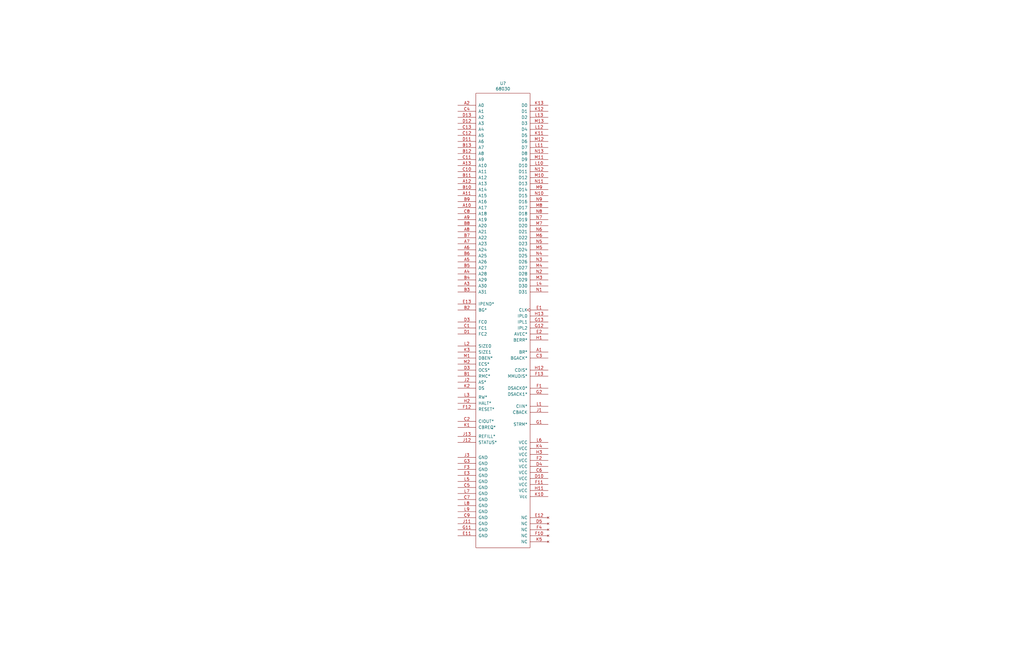
<source format=kicad_sch>
(kicad_sch (version 20211123) (generator eeschema)
  (paper "B")
  (lib_symbols
    (symbol "68030:68030" (pin_names (offset 1.016))
      (property "Reference" "U" (at 8.89 27.94 0))
      (property "Value" "68030" (at 8.89 33.02 0))
      (symbol "68030_1_0"
        (rectangle (start -2.54 -104.14) (end 20.32 87.63))
      )
      (symbol "68030_1_1"
        (pin input line (at 27.94 -21.59 180) (length 7.62) (name "BR*") (number "A1"))
        (pin output line (at -10.16 39.37 0) (length 7.62) (name "A17") (number "A10"))
        (pin output line (at -10.16 44.45 0) (length 7.62) (name "A15") (number "A11"))
        (pin output line (at -10.16 49.53 0) (length 7.62) (name "A13") (number "A12"))
        (pin output line (at -10.16 57.15 0) (length 7.62) (name "A10") (number "A13"))
        (pin output line (at -10.16 82.55 0) (length 7.62) (name "A0") (number "A2"))
        (pin output line (at -10.16 6.35 0) (length 7.62) (name "A30") (number "A3"))
        (pin output line (at -10.16 11.43 0) (length 7.62) (name "A28") (number "A4"))
        (pin output line (at -10.16 16.51 0) (length 7.62) (name "A26") (number "A5"))
        (pin output line (at -10.16 21.59 0) (length 7.62) (name "A24") (number "A6"))
        (pin output line (at -10.16 24.13 0) (length 7.62) (name "A23") (number "A7"))
        (pin output line (at -10.16 29.21 0) (length 7.62) (name "A21") (number "A8"))
        (pin output line (at -10.16 34.29 0) (length 7.62) (name "A19") (number "A9"))
        (pin output line (at -10.16 -31.75 0) (length 7.62) (name "RMC*") (number "B1"))
        (pin output line (at -10.16 46.99 0) (length 7.62) (name "A14") (number "B10"))
        (pin output line (at -10.16 52.07 0) (length 7.62) (name "A12") (number "B11"))
        (pin output line (at -10.16 62.23 0) (length 7.62) (name "A8") (number "B12"))
        (pin output line (at -10.16 64.77 0) (length 7.62) (name "A7") (number "B13"))
        (pin output line (at -10.16 -3.81 0) (length 7.62) (name "BG*") (number "B2"))
        (pin output line (at -10.16 3.81 0) (length 7.62) (name "A31") (number "B3"))
        (pin output line (at -10.16 8.89 0) (length 7.62) (name "A29") (number "B4"))
        (pin output line (at -10.16 13.97 0) (length 7.62) (name "A27") (number "B5"))
        (pin output line (at -10.16 19.05 0) (length 7.62) (name "A25") (number "B6"))
        (pin output line (at -10.16 26.67 0) (length 7.62) (name "A22") (number "B7"))
        (pin output line (at -10.16 31.75 0) (length 7.62) (name "A20") (number "B8"))
        (pin output line (at -10.16 41.91 0) (length 7.62) (name "A16") (number "B9"))
        (pin output line (at -10.16 -11.43 0) (length 7.62) (name "FC1") (number "C1"))
        (pin output line (at -10.16 54.61 0) (length 7.62) (name "A11") (number "C10"))
        (pin output line (at -10.16 59.69 0) (length 7.62) (name "A9") (number "C11"))
        (pin output line (at -10.16 69.85 0) (length 7.62) (name "A5") (number "C12"))
        (pin output line (at -10.16 72.39 0) (length 7.62) (name "A4") (number "C13"))
        (pin input line (at -10.16 -50.8 0) (length 7.62) (name "CIOUT*") (number "C2"))
        (pin input line (at 27.94 -24.13 180) (length 7.62) (name "BGACK*") (number "C3"))
        (pin output line (at -10.16 80.01 0) (length 7.62) (name "A1") (number "C4"))
        (pin power_in line (at -10.16 -78.74 0) (length 7.62) (name "GND") (number "C5"))
        (pin power_in line (at 27.94 -72.39 180) (length 7.62) (name "VCC") (number "C6"))
        (pin power_in line (at -10.16 -83.82 0) (length 7.62) (name "GND") (number "C7"))
        (pin output line (at -10.16 36.83 0) (length 7.62) (name "A18") (number "C8"))
        (pin power_in line (at -10.16 -91.44 0) (length 7.62) (name "GND") (number "C9"))
        (pin output line (at -10.16 -13.97 0) (length 7.62) (name "FC2") (number "D1"))
        (pin power_in line (at 27.94 -74.93 180) (length 7.62) (name "VCC") (number "D10"))
        (pin output line (at -10.16 67.31 0) (length 7.62) (name "A6") (number "D11"))
        (pin output line (at -10.16 74.93 0) (length 7.62) (name "A3") (number "D12"))
        (pin output line (at -10.16 77.47 0) (length 7.62) (name "A2") (number "D13"))
        (pin output line (at -10.16 -8.89 0) (length 7.62) (name "FC0") (number "D3"))
        (pin output line (at -10.16 -29.21 0) (length 7.62) (name "OCS*") (number "D3"))
        (pin power_in line (at 27.94 -69.85 180) (length 7.62) (name "VCC") (number "D4"))
        (pin no_connect line (at 27.94 -93.98 180) (length 7.62) (name "NC") (number "D5"))
        (pin input clock (at 27.94 -3.81 180) (length 7.62) (name "CLK") (number "E1"))
        (pin power_in line (at -10.16 -99.06 0) (length 7.62) (name "GND") (number "E11"))
        (pin no_connect line (at 27.94 -91.44 180) (length 7.62) (name "NC") (number "E12"))
        (pin output line (at -10.16 -1.27 0) (length 7.62) (name "IPEND*") (number "E13"))
        (pin input line (at 27.94 -13.97 180) (length 7.62) (name "AVEC*") (number "E2"))
        (pin power_in line (at -10.16 -73.66 0) (length 7.62) (name "GND") (number "E3"))
        (pin bidirectional line (at 27.94 -36.83 180) (length 7.62) (name "DSACK0*") (number "F1"))
        (pin no_connect line (at 27.94 -99.06 180) (length 7.62) (name "NC") (number "F10"))
        (pin power_in line (at 27.94 -77.47 180) (length 7.62) (name "VCC") (number "F11"))
        (pin input line (at -10.16 -45.72 0) (length 7.62) (name "RESET*") (number "F12"))
        (pin input line (at 27.94 -31.75 180) (length 7.62) (name "MMUDIS*") (number "F13"))
        (pin power_in line (at 27.94 -67.31 180) (length 7.62) (name "VCC") (number "F2"))
        (pin power_in line (at -10.16 -71.12 0) (length 7.62) (name "GND") (number "F3"))
        (pin no_connect line (at 27.94 -96.52 180) (length 7.62) (name "NC") (number "F4"))
        (pin input line (at 27.94 -52.07 180) (length 7.62) (name "STRM*") (number "G1"))
        (pin power_in line (at -10.16 -96.52 0) (length 7.62) (name "GND") (number "G11"))
        (pin bidirectional line (at 27.94 -11.43 180) (length 7.62) (name "IPL2") (number "G12"))
        (pin bidirectional line (at 27.94 -8.89 180) (length 7.62) (name "IPL1") (number "G13"))
        (pin bidirectional line (at 27.94 -39.37 180) (length 7.62) (name "DSACK1*") (number "G2"))
        (pin power_in line (at -10.16 -68.58 0) (length 7.62) (name "GND") (number "G3"))
        (pin input line (at 27.94 -16.51 180) (length 7.62) (name "BERR*") (number "H1"))
        (pin power_in line (at 27.94 -80.01 180) (length 7.62) (name "VCC") (number "H11"))
        (pin input line (at 27.94 -29.21 180) (length 7.62) (name "CDIS*") (number "H12"))
        (pin input line (at 27.94 -6.35 180) (length 7.62) (name "IPL0") (number "H13"))
        (pin bidirectional line (at -10.16 -43.18 0) (length 7.62) (name "HALT*") (number "H2"))
        (pin power_in line (at 27.94 -64.77 180) (length 7.62) (name "VCC") (number "H3"))
        (pin input line (at 27.94 -46.99 180) (length 7.62) (name "CBACK") (number "J1"))
        (pin power_in line (at -10.16 -93.98 0) (length 7.62) (name "GND") (number "J11"))
        (pin output line (at -10.16 -59.69 0) (length 7.62) (name "STATUS*") (number "J12"))
        (pin output line (at -10.16 -57.15 0) (length 7.62) (name "REFILL*") (number "J13"))
        (pin output line (at -10.16 -34.29 0) (length 7.62) (name "AS*") (number "J2"))
        (pin power_in line (at -10.16 -66.04 0) (length 7.62) (name "GND") (number "J3"))
        (pin output line (at -10.16 -53.34 0) (length 7.62) (name "CBREQ*") (number "K1"))
        (pin power_in line (at 27.94 -82.55 180) (length 7.62) (name "Vcc") (number "K10"))
        (pin bidirectional line (at 27.94 69.85 180) (length 7.62) (name "D5") (number "K11"))
        (pin bidirectional line (at 27.94 80.01 180) (length 7.62) (name "D1") (number "K12"))
        (pin bidirectional line (at 27.94 82.55 180) (length 7.62) (name "D0") (number "K13"))
        (pin output line (at -10.16 -36.83 0) (length 7.62) (name "DS") (number "K2"))
        (pin output line (at -10.16 -21.59 0) (length 7.62) (name "SIZE1") (number "K3"))
        (pin power_in line (at 27.94 -62.23 180) (length 7.62) (name "VCC") (number "K4"))
        (pin no_connect line (at 27.94 -101.6 180) (length 7.62) (name "NC") (number "K5"))
        (pin input line (at 27.94 -44.45 180) (length 7.62) (name "CIIN*") (number "L1"))
        (pin bidirectional line (at 27.94 57.15 180) (length 7.62) (name "D10") (number "L10"))
        (pin bidirectional line (at 27.94 64.77 180) (length 7.62) (name "D7") (number "L11"))
        (pin bidirectional line (at 27.94 72.39 180) (length 7.62) (name "D4") (number "L12"))
        (pin bidirectional line (at 27.94 77.47 180) (length 7.62) (name "D2") (number "L13"))
        (pin output line (at -10.16 -19.05 0) (length 7.62) (name "SIZE0") (number "L2"))
        (pin output line (at -10.16 -40.64 0) (length 7.62) (name "RW*") (number "L3"))
        (pin bidirectional line (at 27.94 6.35 180) (length 7.62) (name "D30") (number "L4"))
        (pin power_in line (at -10.16 -76.2 0) (length 7.62) (name "GND") (number "L5"))
        (pin power_in line (at 27.94 -59.69 180) (length 7.62) (name "VCC") (number "L6"))
        (pin power_in line (at -10.16 -81.28 0) (length 7.62) (name "GND") (number "L7"))
        (pin power_in line (at -10.16 -86.36 0) (length 7.62) (name "GND") (number "L8"))
        (pin power_in line (at -10.16 -88.9 0) (length 7.62) (name "GND") (number "L9"))
        (pin output line (at -10.16 -24.13 0) (length 7.62) (name "DBEN*") (number "M1"))
        (pin bidirectional line (at 27.94 52.07 180) (length 7.62) (name "D12") (number "M10"))
        (pin bidirectional line (at 27.94 59.69 180) (length 7.62) (name "D9") (number "M11"))
        (pin bidirectional line (at 27.94 67.31 180) (length 7.62) (name "D6") (number "M12"))
        (pin bidirectional line (at 27.94 74.93 180) (length 7.62) (name "D3") (number "M13"))
        (pin output line (at -10.16 -26.67 0) (length 7.62) (name "ECS*") (number "M2"))
        (pin bidirectional line (at 27.94 8.89 180) (length 7.62) (name "D29") (number "M3"))
        (pin bidirectional line (at 27.94 13.97 180) (length 7.62) (name "D27") (number "M4"))
        (pin bidirectional line (at 27.94 21.59 180) (length 7.62) (name "D24") (number "M5"))
        (pin bidirectional line (at 27.94 26.67 180) (length 7.62) (name "D22") (number "M6"))
        (pin bidirectional line (at 27.94 31.75 180) (length 7.62) (name "D20") (number "M7"))
        (pin bidirectional line (at 27.94 39.37 180) (length 7.62) (name "D17") (number "M8"))
        (pin bidirectional line (at 27.94 46.99 180) (length 7.62) (name "D14") (number "M9"))
        (pin bidirectional line (at 27.94 3.81 180) (length 7.62) (name "D31") (number "N1"))
        (pin bidirectional line (at 27.94 44.45 180) (length 7.62) (name "D15") (number "N10"))
        (pin bidirectional line (at 27.94 49.53 180) (length 7.62) (name "D13") (number "N11"))
        (pin bidirectional line (at 27.94 54.61 180) (length 7.62) (name "D11") (number "N12"))
        (pin bidirectional line (at 27.94 62.23 180) (length 7.62) (name "D8") (number "N13"))
        (pin bidirectional line (at 27.94 11.43 180) (length 7.62) (name "D28") (number "N2"))
        (pin bidirectional line (at 27.94 16.51 180) (length 7.62) (name "D26") (number "N3"))
        (pin bidirectional line (at 27.94 19.05 180) (length 7.62) (name "D25") (number "N4"))
        (pin bidirectional line (at 27.94 24.13 180) (length 7.62) (name "D23") (number "N5"))
        (pin bidirectional line (at 27.94 29.21 180) (length 7.62) (name "D21") (number "N6"))
        (pin bidirectional line (at 27.94 34.29 180) (length 7.62) (name "D19") (number "N7"))
        (pin bidirectional line (at 27.94 36.83 180) (length 7.62) (name "D18") (number "N8"))
        (pin bidirectional line (at 27.94 41.91 180) (length 7.62) (name "D16") (number "N9"))
      )
    )
  )
  (symbol (lib_id "68030:68030") (at 203.2 127 0) (unit 1)
    (property "Reference" "U?" (at 212.09 35.179 0))
    (property "Value" "68030" (at 212.09 37.4904 0))
    (property "Footprint" "168_pin_PGA" (effects hide))
  )
)
</source>
